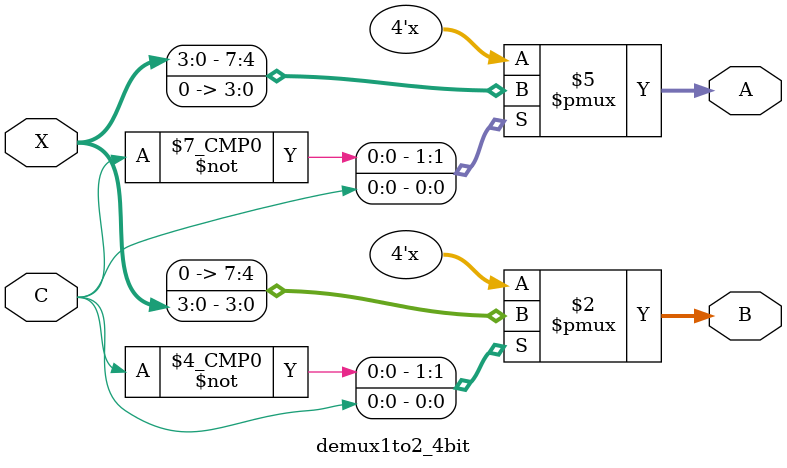
<source format=v>

module demux1to2_4bit (X, A, B, C); //Membuat modul demux1to2_4bit dengan X, A, B, dan C sebagai parameter
    input [3:0] X; //Mendeklarasikan input X (array 1x4)
    input C; //Mendeklarasikan input C (yang akan bertindak sebagai selektor)
    output reg [3:0] A; //Mendeklarasikan output A (array 1x4) sebagai register
    output reg [3:0] B; //Mendeklarasikan output B (array 1x4) sebagai register
    wire Cnot; //Mendeklarasikan Cnot sebagai wire

always @(X or C) begin //Di bawah ini adalah kode yang akan selalu dieksekusi. Parameternya X dan C 
  case (C) //Switch-case loop dengan kasus nilai C yang berbeda-beda
  1'b0: begin //Kondisi pertama, jika C = 0
      A = X; //Output yang bernilai sama dengan input adalah output A
      B = 0; //Output B akan bernilai 0
  end //Akhir kondisi 1
  1'b1: begin //Kondisi kedua, jika C = 1
      A = 0; //Output A akan bernilai 0
      B = X; //Output B akan sama nilainya dengan input
  end //Akhir kondisi 2
  endcase //Akhir dari switch-case loop
end //Akhir dari blok always
endmodule //Akhir modul
</source>
